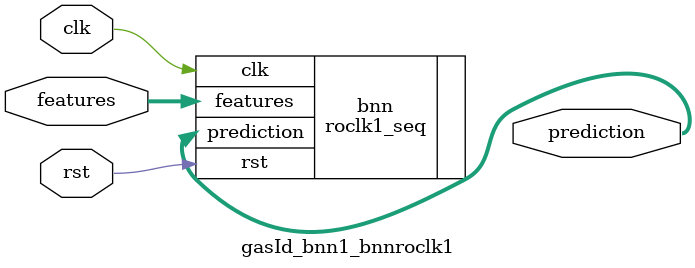
<source format=v>













module gasId_bnn1_bnnroclk1 #(

parameter FEAT_CNT = 128,
parameter HIDDEN_CNT = 40,
parameter FEAT_BITS = 4,
parameter CLASS_CNT = 6,
parameter TEST_CNT = 1000


  ) (
  input clk,
  input rst,
  input [FEAT_CNT*FEAT_BITS-1:0] features,
  output [$clog2(CLASS_CNT)-1:0] prediction
  );

  localparam Weights0 = 5120'b01111111110011111101000001110011011111101111111111000000001000000110100000111101000110100111101000001110100011101110001000010100010110010011101011011101010111111011100011001000000111111110010001011100101111000100111110101100001100111011010111000000010000100001111111011111001110001011000001101110111111111011111111111111000111000101001111110010000010101010101011011000001111111001110100111000001100111101011110011011101010011010011100101111100010100100001011100010000100111101001011011010101000000111000100010001011001100010000100000000110000010000010000010110111111011111110100000000110000111111000011110011100101101100001101011111101001011001100010011100010111111001101011110100111110000110101011000010100111100101111010011111011011001001101010010100110000000110000010010010000000001010000101000011001100110110001101000000100110111010011010000000111100000011001010100001111010100101111111111110001000010100010101100101010000011100000110000001111100000111000110100001000000110000000111110011010001011100110100011111101001101101101001101101110110001101110100101111110001001111111111111101001100111111101100001010110110101111000010111001100111110101111110100000101000011100011100000111010000100100010001100000001000000110001000000110000101011010010111101111101011111001000001100010011000001110000000011111010111010010000001100001101111110101111100011111001100111110111101001100001100011011000110011101110111110110000100100001000000010110001011000010001000011100000011110100011000011000000000010011111000111000011110010101110110111001001010011111110111110000100001011000100110110000111100011111101111110111111100111110001000101010101011111011110010101111111111011111100111000111110000111100100111001101100000100000001011111111111111010100110010101110110001101110000110001011010010001100110111110110000101100000111010100010101001110001000000001010111011001111110111100100001001010110000101100110100001010000101011110011111100111110000111111111001000011000110110001101111011111011100000010111100000011010011010001100101100101010101111111010000000111110000111011010111110011101100110000010100101101001101111111101110111011111110100011100110111001111100100001000000101110011100011011011010010000101000110101010101010111111000001101011111010111011100000010111101001101010110111100100001011110101011110011001001000100000001001100010011001101111000101101000010001000010001000101010100110001011111101111011011100001111011001100000100011000001001110100101101001011110001111100111111011101010111000100000000000111110111111101100100101001001100111101000111100100000101100101100101011011111011100000001110011001011011110111110010001000000000011100110100100111011011110000111111110100111101100010010001000000011000001100110001011001100000111101110011011000000111000100001001111001011111101111101010000101110110101100010100011011100110001010000000001101111111011111101000001000000101010101110001000010111001000011000011111110101001101010100010101001000000000011100000011000001000000100010001110011101110101000010000001000000001000010110001011000110110101001010111011001111111110100111010000000001111000001100010101000000111001010010010110100111011111111001010010100111100000100011011101110000001000000101111111011111110101000010010001001101000011011000010100100000101111111101111111100011010101110000110001011101100100011110000111111101101011010010000000000100101011001100111101100000111000001100101111001110101000101010001001000100010101111011000000010000101011000010100110100111010101111100000000000010000101010010111111100010001000101111101111001100111100110100010000101011101001100100110000100000101000010011000101000011111000101001111110000001100001000010001010011010110001011101010010110111100011110000011011100000110001000001011101100111101000001110000001010111110101110110000100111111110000010010000101110000101100100100111010001110011111010000010101011111011111010001110111011111010011110101110110010111001100000111110110101100101010000001111101001111000111110011001100010011110100000010101101000011100000111010111111001111000000000010000001111101110010011101000011110010010011101101111110010000110000001000001111100110001000011100000110001101001101111010000010100000110000110100011100110110011100111100110110000111010111111001110011111100011011010001100011011100110000100000110101111111111111011001001001011101010010101010100000010010101000101010001101001111011000011010010110000111001000010100111100100111000100000011010011100011010001000011000101110111011101010111011101010111011000010001100101011011111111010001110100011000111000001011111111111111000111100011001011111100010011010011000011110100110111110011111110000110001111111111110100010111011001110101111110100001111100001011001010011011110110111001110100111111101011110110001110000000110010110110110110100000111000001010011000001111001000011000010111000101000011111110001011100000000011110001111101010111110000011011100011111000010111111001111100001110011110110000000001000000010011010111101110011010101010000111111111111111000000000010011011010101101000001111111110011011111000010110000111011111000111110000011001101011000011111001111001010001111000000101111100111011 ;
  localparam Weights1 = 240'b001101100010110011101111111110000101100100111011101110001100100011010110111110010011010000101000111011101111100011011101110101110110000001111111010010111010101110110110000010000111110101011111100011100111010010101100110110001100101001011011 ;

  roclk1_seq #(.FEAT_CNT(FEAT_CNT),.FEAT_BITS(FEAT_BITS),.HIDDEN_CNT(HIDDEN_CNT),.CLASS_CNT(CLASS_CNT),.Weights0(Weights0),.Weights1(Weights1)) bnn (
    .clk(clk),
    .rst(rst),
    .features(features),
    .prediction(prediction)
  );

endmodule

</source>
